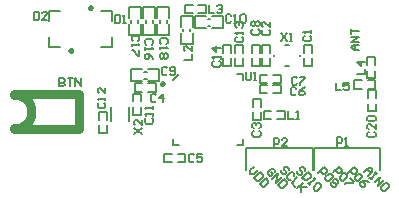
<source format=gto>
%FSTAX23Y23*%
%MOIN*%
%SFA1B1*%

%IPPOS*%
%ADD10C,0.009843*%
%ADD11C,0.031496*%
%ADD12C,0.005905*%
%ADD13C,0.007874*%
%ADD14C,0.005905*%
%LNfinal_vd-1*%
%LPD*%
G54D10*
X-00388Y00339D02*
D01*
X-00388Y0034*
X-00388Y0034*
X-00388Y0034*
X-00388Y00341*
X-00388Y00341*
X-00388Y00341*
X-00388Y00341*
X-00388Y00342*
X-00389Y00342*
X-00389Y00342*
X-00389Y00343*
X-00389Y00343*
X-0039Y00343*
X-0039Y00343*
X-0039Y00343*
X-0039Y00344*
X-00391Y00344*
X-00391Y00344*
X-00391Y00344*
X-00392Y00344*
X-00392Y00344*
X-00392Y00344*
X-00393*
X-00393Y00344*
X-00393Y00344*
X-00394Y00344*
X-00394Y00344*
X-00394Y00344*
X-00394Y00344*
X-00395Y00343*
X-00395Y00343*
X-00395Y00343*
X-00396Y00343*
X-00396Y00343*
X-00396Y00342*
X-00396Y00342*
X-00396Y00342*
X-00397Y00341*
X-00397Y00341*
X-00397Y00341*
X-00397Y00341*
X-00397Y0034*
X-00397Y0034*
X-00397Y0034*
X-00397Y00339*
X-00397Y00339*
X-00397Y00339*
X-00397Y00338*
X-00397Y00338*
X-00397Y00338*
X-00397Y00337*
X-00397Y00337*
X-00396Y00337*
X-00396Y00336*
X-00396Y00336*
X-00396Y00336*
X-00396Y00336*
X-00395Y00336*
X-00395Y00335*
X-00395Y00335*
X-00394Y00335*
X-00394Y00335*
X-00394Y00335*
X-00394Y00335*
X-00393Y00335*
X-00393Y00335*
X-00393Y00335*
X-00392*
X-00392Y00335*
X-00392Y00335*
X-00391Y00335*
X-00391Y00335*
X-00391Y00335*
X-0039Y00335*
X-0039Y00335*
X-0039Y00335*
X-0039Y00336*
X-00389Y00336*
X-00389Y00336*
X-00389Y00336*
X-00389Y00336*
X-00388Y00337*
X-00388Y00337*
X-00388Y00337*
X-00388Y00338*
X-00388Y00338*
X-00388Y00338*
X-00388Y00339*
X-00388Y00339*
X-00388Y00339*
X-00452Y00198D02*
D01*
X-00452Y00198*
X-00452Y00198*
X-00452Y00199*
X-00452Y00199*
X-00453Y00199*
X-00453Y00199*
X-00453Y002*
X-00453Y002*
X-00453Y002*
X-00453Y00201*
X-00454Y00201*
X-00454Y00201*
X-00454Y00201*
X-00454Y00201*
X-00455Y00202*
X-00455Y00202*
X-00455Y00202*
X-00456Y00202*
X-00456Y00202*
X-00456Y00202*
X-00456Y00202*
X-00457Y00202*
X-00457*
X-00457Y00202*
X-00458Y00202*
X-00458Y00202*
X-00458Y00202*
X-00459Y00202*
X-00459Y00202*
X-00459Y00202*
X-0046Y00201*
X-0046Y00201*
X-0046Y00201*
X-0046Y00201*
X-00461Y00201*
X-00461Y002*
X-00461Y002*
X-00461Y002*
X-00461Y00199*
X-00461Y00199*
X-00462Y00199*
X-00462Y00199*
X-00462Y00198*
X-00462Y00198*
X-00462Y00198*
X-00462Y00197*
X-00462Y00197*
X-00462Y00197*
X-00462Y00196*
X-00461Y00196*
X-00461Y00196*
X-00461Y00195*
X-00461Y00195*
X-00461Y00195*
X-00461Y00194*
X-0046Y00194*
X-0046Y00194*
X-0046Y00194*
X-0046Y00194*
X-00459Y00193*
X-00459Y00193*
X-00459Y00193*
X-00458Y00193*
X-00458Y00193*
X-00458Y00193*
X-00457Y00193*
X-00457Y00193*
X-00457*
X-00456Y00193*
X-00456Y00193*
X-00456Y00193*
X-00456Y00193*
X-00455Y00193*
X-00455Y00193*
X-00455Y00193*
X-00454Y00194*
X-00454Y00194*
X-00454Y00194*
X-00454Y00194*
X-00453Y00194*
X-00453Y00195*
X-00453Y00195*
X-00453Y00195*
X-00453Y00196*
X-00453Y00196*
X-00452Y00196*
X-00452Y00197*
X-00452Y00197*
X-00452Y00197*
X-00452Y00198*
X-00148Y00086D02*
D01*
X-00148Y00086*
X-00148Y00087*
X-00148Y00087*
X-00149Y00087*
X-00149Y00088*
X-00149Y00088*
X-00149Y00088*
X-00149Y00089*
X-00149Y00089*
X-00149Y00089*
X-0015Y00089*
X-0015Y0009*
X-0015Y0009*
X-0015Y0009*
X-00151Y0009*
X-00151Y0009*
X-00151Y0009*
X-00152Y00091*
X-00152Y00091*
X-00152Y00091*
X-00153Y00091*
X-00153Y00091*
X-00153*
X-00154Y00091*
X-00154Y00091*
X-00154Y00091*
X-00155Y00091*
X-00155Y0009*
X-00155Y0009*
X-00155Y0009*
X-00156Y0009*
X-00156Y0009*
X-00156Y0009*
X-00156Y00089*
X-00157Y00089*
X-00157Y00089*
X-00157Y00089*
X-00157Y00088*
X-00157Y00088*
X-00157Y00088*
X-00158Y00087*
X-00158Y00087*
X-00158Y00087*
X-00158Y00086*
X-00158Y00086*
X-00158Y00086*
X-00158Y00085*
X-00158Y00085*
X-00158Y00085*
X-00157Y00084*
X-00157Y00084*
X-00157Y00084*
X-00157Y00084*
X-00157Y00083*
X-00157Y00083*
X-00156Y00083*
X-00156Y00083*
X-00156Y00082*
X-00156Y00082*
X-00155Y00082*
X-00155Y00082*
X-00155Y00082*
X-00155Y00082*
X-00154Y00082*
X-00154Y00081*
X-00154Y00081*
X-00153Y00081*
X-00153*
X-00153Y00081*
X-00152Y00081*
X-00152Y00082*
X-00152Y00082*
X-00151Y00082*
X-00151Y00082*
X-00151Y00082*
X-0015Y00082*
X-0015Y00082*
X-0015Y00083*
X-0015Y00083*
X-00149Y00083*
X-00149Y00083*
X-00149Y00084*
X-00149Y00084*
X-00149Y00084*
X-00149Y00084*
X-00149Y00085*
X-00148Y00085*
X-00148Y00085*
X-00148Y00086*
X-00148Y00086*
G54D11*
X-00646Y-00063D02*
D01*
X-00642Y-00063*
X-00638Y-00063*
X-00634Y-00062*
X-0063Y-00061*
X-00626Y-0006*
X-00622Y-00058*
X-00619Y-00057*
X-00615Y-00055*
X-00612Y-00052*
X-00609Y-0005*
X-00606Y-00047*
X-00603Y-00044*
X-00601Y-00041*
X-00598Y-00038*
X-00596Y-00035*
X-00594Y-00031*
X-00593Y-00028*
X-00591Y-00024*
X-0059Y-0002*
X-00589Y-00016*
X-00589Y-00012*
X-00589Y-00008*
Y-00004*
X-00589Y0*
X-00589Y00003*
X-0059Y00007*
X-00591Y0001*
X-00593Y00014*
X-00594Y00018*
X-00596Y00021*
X-00598Y00025*
X-00601Y00028*
X-00603Y00031*
X-00606Y00034*
X-00609Y00037*
X-00612Y00039*
X-00615Y00041*
X-00619Y00043*
X-00622Y00045*
X-00626Y00046*
X-0063Y00048*
X-00634Y00049*
X-00638Y00049*
X-00642Y0005*
X-00646Y0005*
X-0043Y-00064D02*
Y00051D01*
X-00646Y-00064D02*
X-0043D01*
X-00646Y00051D02*
X-0043D01*
X-00646Y0005D02*
Y00051D01*
Y-00064D02*
Y-00063D01*
G54D12*
X00151Y-00035D02*
Y-00009D01*
Y00009D02*
Y00035D01*
X00178Y-00035D02*
Y-00009D01*
Y00009D02*
Y00035D01*
X00151D02*
X00178D01*
X00151Y-00035D02*
X00178D01*
X0018Y00216D02*
X00207D01*
X0018Y00145D02*
X00207D01*
X0018D02*
Y00171D01*
Y0019D02*
Y00216D01*
X00207Y00145D02*
Y00171D01*
Y0019D02*
Y00216D01*
X00145D02*
X00172D01*
X00145Y00145D02*
X00172D01*
X00145D02*
Y00171D01*
Y0019D02*
Y00216D01*
X00172Y00145D02*
Y00171D01*
Y0019D02*
Y00216D01*
X0023Y-00033D02*
X00256D01*
X00185D02*
X00211D01*
X0023Y-00006D02*
X00256D01*
X00185D02*
X00211D01*
X00185Y-00033D02*
Y-00006D01*
X00256Y-00033D02*
Y-00006D01*
X00243Y00089D02*
Y00116D01*
X00172Y00089D02*
Y00116D01*
X00198*
X00217D02*
X00243D01*
X00172Y00089D02*
X00198D01*
X00217D02*
X00243D01*
X00172Y00054D02*
Y00081D01*
X00243Y00054D02*
Y00081D01*
X00217Y00054D02*
X00243D01*
X00172D02*
X00198D01*
X00217Y00081D02*
X00243D01*
X00172D02*
X00198D01*
X00532Y00064D02*
X00559D01*
X00532Y-00006D02*
X00559D01*
X00532D02*
Y00018D01*
Y00038D02*
Y00064D01*
X00559Y-00006D02*
Y00018D01*
Y00038D02*
Y00064D01*
X00531Y00175D02*
X00558D01*
X00531Y00104D02*
X00558D01*
X00531D02*
Y0013D01*
Y0015D02*
Y00175D01*
X00558Y00104D02*
Y0013D01*
Y0015D02*
Y00175D01*
X00487Y00098D02*
X00512D01*
X00532D02*
X00558D01*
X00487Y0007D02*
X00512D01*
X00532D02*
X00558D01*
Y00098*
X00487Y0007D02*
Y00098D01*
X-00169Y00248D02*
X-0013D01*
X-00169Y00341D02*
X-0013D01*
Y00304D02*
Y00341D01*
Y00248D02*
Y00285D01*
X-00169Y00304D02*
Y00341D01*
Y00248D02*
Y00285D01*
X-00216Y00248D02*
X-00177D01*
X-00216Y00341D02*
X-00177D01*
Y00304D02*
Y00341D01*
Y00248D02*
Y00285D01*
X-00216Y00304D02*
Y00341D01*
Y00248D02*
Y00285D01*
X-00264Y00248D02*
X-00225D01*
X-00264Y00341D02*
X-00225D01*
Y00304D02*
Y00341D01*
Y00248D02*
Y00285D01*
X-00264Y00304D02*
Y00341D01*
Y00248D02*
Y00285D01*
X-00364Y-00008D02*
X-00337D01*
X-00364Y-00079D02*
X-00337D01*
X-00364D02*
Y-00053D01*
Y-00034D02*
Y-00008D01*
X-00337Y-00079D02*
Y-00053D01*
Y-00034D02*
Y-00008D01*
X00078Y0019D02*
Y00216D01*
Y00145D02*
Y00171D01*
X00051Y0019D02*
Y00216D01*
Y00145D02*
Y00171D01*
Y00145D02*
X00078D01*
X00051Y00216D02*
X00078D01*
X-00043Y00311D02*
Y00272D01*
X00049D02*
Y00311D01*
X00012Y00272D02*
X00049D01*
X-00043D02*
X-00006D01*
X00012Y00311D02*
X00049D01*
X-00043D02*
X-00006D01*
X-00077Y00348D02*
Y00321D01*
X-00006Y00348D02*
Y00321D01*
X-00032D02*
X-00006D01*
X-00077D02*
X-00051D01*
X-00032Y00348D02*
X-00006D01*
X-00077D02*
X-00051D01*
X-0009Y00219D02*
Y00256D01*
Y00275D02*
Y00312D01*
X-00051Y00219D02*
Y00256D01*
Y00275D02*
Y00312D01*
X-0009Y00219D02*
X-00051D01*
X-0009Y00312D02*
X-00051D01*
X-00245Y0006D02*
Y00087D01*
X-00174Y0006D02*
Y00087D01*
X-002Y0006D02*
X-00174D01*
X-00245D02*
X-00219D01*
X-002Y00087D02*
X-00174D01*
X-00245D02*
X-00219D01*
X-00147Y-00147D02*
X-00121D01*
X-00101D02*
X-00076D01*
X-00147Y-00174D02*
X-00121D01*
X-00101D02*
X-00076D01*
Y-00147*
X-00147Y-00174D02*
Y-00147D01*
X0032Y00145D02*
Y00171D01*
Y0019D02*
Y00216D01*
X00347Y00145D02*
Y00171D01*
Y0019D02*
Y00216D01*
X0032D02*
X00347D01*
X0032Y00145D02*
X00347D01*
X00306Y00178D02*
Y00183D01*
X00257Y00146D02*
X0027D01*
X00221Y00178D02*
Y00183D01*
X00257Y00215D02*
X0027D01*
X-00256Y00095D02*
Y00134D01*
X-00163Y00095D02*
Y00134D01*
X-002Y00095D02*
X-00163D01*
X-00256D02*
X-00219D01*
X-002Y00134D02*
X-00163D01*
X-00256D02*
X-00219D01*
X-00251Y-00017D02*
Y00008D01*
Y00027D02*
Y00053D01*
X-00224Y-00017D02*
Y00008D01*
Y00027D02*
Y00053D01*
X-00251D02*
X-00224D01*
X-00251Y-00017D02*
X-00224D01*
X00089Y00216D02*
X00116D01*
X00089Y00145D02*
X00116D01*
X00089D02*
Y00171D01*
Y0019D02*
Y00216D01*
X00116Y00145D02*
Y00171D01*
Y0019D02*
Y00216D01*
X00268Y-00005D02*
Y-00031D01*
X00285*
X00294D02*
X00303D01*
X00299*
Y-00005*
X00294Y-00009*
X00019Y00161D02*
X00014Y00157D01*
Y00148*
X00019Y00143*
X00037*
X00042Y00148*
Y00157*
X00037Y00161*
X00042Y0017D02*
Y00179D01*
Y00175*
X00014*
X00019Y0017*
X00042Y00206D02*
X00014D01*
X00028Y00192*
Y00211*
X00077Y00313D02*
X00072Y00318D01*
X00063*
X00059Y00313*
Y00295*
X00063Y0029*
X00072*
X00077Y00295*
X00085Y0029D02*
X00094D01*
X0009*
Y00318*
X00085Y00313*
X00108D02*
X00112Y00318D01*
X00122*
X00126Y00313*
Y00295*
X00122Y0029*
X00112*
X00108Y00295*
Y00313*
X00003Y00348D02*
Y00322D01*
X0002*
X00029Y00344D02*
X00034Y00348D01*
X00043*
X00048Y00344*
Y0034*
X00043Y00335*
X00038*
X00043*
X00048Y00331*
Y00326*
X00043Y00322*
X00034*
X00029Y00326*
X-00081Y00166D02*
X-00055D01*
Y00185*
Y00211D02*
Y00194D01*
X-00072Y00211*
X-00077*
X-00081Y00207*
Y00198*
X-00077Y00194*
X-00172Y00048D02*
X-00177Y00052D01*
X-00186*
X-0019Y00048*
Y0003*
X-00186Y00025*
X-00177*
X-00172Y0003*
X-0015Y00025D02*
Y00052D01*
X-00164Y00039*
X-00146*
X-00046Y-00152D02*
X-00051Y-00148D01*
X-0006*
X-00064Y-00152*
Y-0017*
X-0006Y-00175*
X-00051*
X-00046Y-0017*
X-0002Y-00148D02*
X-00038D01*
Y-00161*
X-00029Y-00157*
X-00024*
X-0002Y-00161*
Y-0017*
X-00024Y-00175*
X-00033*
X-00038Y-0017*
X00296Y00105D02*
X00292Y0011D01*
X00283*
X00279Y00105*
Y00087*
X00283Y00083*
X00292*
X00296Y00087*
X00305Y0011D02*
X00324D01*
Y00105*
X00305Y00087*
Y00083*
X00322Y00246D02*
X00318Y00241D01*
Y00232*
X00322Y00227*
X0034*
X00344Y00232*
Y00241*
X0034Y00246*
X00344Y00255D02*
Y00264D01*
Y00259*
X00318*
X00322Y00255*
X00244Y00255D02*
X00262Y00229D01*
Y00255D02*
X00244Y00229D01*
X00272D02*
X00281D01*
X00276*
Y00255*
X00272Y00251*
X00149Y00268D02*
X00144Y00263D01*
Y00254*
X00149Y0025*
X00167*
X00172Y00254*
Y00263*
X00167Y00268*
X00149Y00277D02*
X00144Y00281D01*
Y0029*
X00149Y00294*
X00153*
X00158Y0029*
X00162Y00294*
X00167*
X00172Y0029*
Y00281*
X00167Y00277*
X00162*
X00158Y00281*
X00153Y00277*
X00149*
X00158Y00281D02*
Y0029D01*
X00294Y0007D02*
X0029Y00074D01*
X00281*
X00277Y0007*
Y00052*
X00281Y00048*
X0029*
X00294Y00052*
X00322Y00074D02*
X00312Y0007D01*
X00303Y00061*
Y00052*
X00308Y00048*
X00317*
X00322Y00052*
Y00057*
X00317Y00061*
X00303*
X00184Y00265D02*
X00179Y00261D01*
Y00251*
X00184Y00247*
X00202*
X00207Y00251*
Y00261*
X00202Y00265*
X00207Y00292D02*
Y00274D01*
X00188Y00292*
X00184*
X00179Y00288*
Y00279*
X00184Y00274*
X00125Y00125D02*
Y00103D01*
X0013Y00098*
X00139*
X00144Y00103*
Y00125*
X00153Y00098D02*
X00161D01*
X00157*
Y00125*
X00153Y00121*
X00152Y-00072D02*
X00148Y-00076D01*
Y-00085*
X00152Y-0009*
X0017*
X00175Y-00085*
Y-00076*
X0017Y-00072*
X00152Y-00062D02*
X00148Y-00058D01*
Y-00049*
X00152Y-00044*
X00157*
X00161Y-00049*
Y-00053*
Y-00049*
X00166Y-00044*
X0017*
X00175Y-00049*
Y-00058*
X0017Y-00062*
X-00247Y-0008D02*
X-0022Y-00062D01*
X-00247D02*
X-0022Y-0008D01*
Y-00035D02*
Y-00053D01*
X-00238Y-00035*
X-00243*
X-00247Y-0004*
Y-00049*
X-00243Y-00053*
X-00364Y00022D02*
X-00368Y00018D01*
Y00009*
X-00364Y00005*
X-00346*
X-00342Y00009*
Y00018*
X-00346Y00022*
X-00342Y00031D02*
Y0004D01*
Y00036*
X-00368*
X-00364Y00031*
X-00342Y00072D02*
Y00054D01*
X-00359Y00072*
X-00364*
X-00368Y00068*
Y00059*
X-00364Y00054*
X-00206Y-00029D02*
X-00211Y-00033D01*
Y-00042*
X-00206Y-00047*
X-00188*
X-00184Y-00042*
Y-00033*
X-00188Y-00029*
X-00184Y-0002D02*
Y-00011D01*
Y-00015*
X-00211*
X-00206Y-0002*
X-00184Y00002D02*
Y00011D01*
Y00006*
X-00211*
X-00206Y00002*
G54D13*
X00352Y-002D02*
Y-00129D01*
X00573Y-002D02*
Y-00129D01*
X00352D02*
X00573D01*
X-00138Y0029D02*
Y00298D01*
X-00161Y0029D02*
Y00298D01*
X-00185Y0029D02*
Y00298D01*
X-00208Y0029D02*
Y00298D01*
X-00233Y0029D02*
Y00298D01*
X-00256Y0029D02*
Y00298D01*
X-00356Y00327D02*
X-00321D01*
Y00296D02*
Y00327D01*
X-00356Y00209D02*
X-00321D01*
Y00241*
X-00529Y00209D02*
X-00494D01*
X-00529D02*
Y00241D01*
Y00327D02*
X-00494D01*
X-00529Y00296D02*
Y00327D01*
X00128Y-002D02*
Y-00129D01*
X00349Y-002D02*
Y-00129D01*
X00128D02*
X00349D01*
X0Y0028D02*
X00007D01*
X0Y00303D02*
X00007D01*
X-00082Y0027D02*
Y00262D01*
X-00059D02*
Y0027D01*
X-00213Y00103D02*
X-00205D01*
X-00213Y00126D02*
X-00205D01*
X-00118Y-00118D02*
Y-00098D01*
Y-00118D02*
X-00098D01*
X00098D02*
X00118D01*
Y-00098*
Y00098D02*
Y00118D01*
X00098D02*
X00118D01*
X-00118Y00098D02*
X-00098Y00118D01*
X-00323Y-00038D02*
Y00008D01*
X-00264Y-00038D02*
Y00008D01*
G54D14*
X00536Y-00075D02*
X00531Y-00079D01*
Y-00088*
X00536Y-00092*
X00554*
X00559Y-00088*
Y-00079*
X00554Y-00075*
X00559Y-00048D02*
Y-00066D01*
X0054Y-00048*
X00536*
X00531Y-00052*
Y-00061*
X00536Y-00066*
Y-00038D02*
X00531Y-00034D01*
Y-00025*
X00536Y-0002*
X00554*
X00559Y-00025*
Y-00034*
X00554Y-00038*
X00536*
X0052Y-00207D02*
X00532Y-00195D01*
X00545*
Y-00207*
X00532Y-0022*
X00542Y-00211*
X00529Y-00198*
X00558Y-00207D02*
X00564Y-00214D01*
X00561Y-00211*
X00542Y-0023*
X00538Y-00227*
X00545Y-00233*
X00555Y-00242D02*
X00574Y-00224D01*
X00567Y-00255*
X00587Y-00236*
X0059Y-00246D02*
X00596D01*
X00602Y-00252*
Y-00259*
X0059Y-00271*
X00583*
X00577Y-00265*
Y-00259*
X0059Y-00246*
X00466Y-00211D02*
X00486Y-00191D01*
X00495Y-00201*
Y-00207*
X00489Y-00214*
X00483*
X00473Y-00204*
X00501Y-00214D02*
X00508D01*
X00514Y-0022*
Y-00226*
X00501Y-00239*
X00495*
X00489Y-00233*
Y-00226*
X00501Y-00214*
X00537Y-00242D02*
X00527Y-00239D01*
X00514*
X00508Y-00245*
Y-00252*
X00514Y-00258*
X00521*
X00524Y-00255*
Y-00249*
X00514Y-00239*
X00416Y-00209D02*
X00436Y-0019D01*
X00445Y-002*
Y-00206*
X00439Y-00212*
X00433*
X00423Y-00203*
X00451Y-00212D02*
X00458D01*
X00464Y-00219*
Y-00225*
X00451Y-00238*
X00445*
X00439Y-00232*
Y-00225*
X00451Y-00212*
X00474Y-00229D02*
X00487Y-00241D01*
X00483Y-00244*
X00458*
X00455Y-00248*
X00368Y-00211D02*
X00387Y-00191D01*
X00396Y-00201*
Y-00207*
X0039Y-00214*
X00383*
X00374Y-00204*
X00403Y-00214D02*
X00409D01*
X00415Y-0022*
Y-00226*
X00403Y-00239*
X00396*
X0039Y-00233*
Y-00226*
X00403Y-00214*
X00422Y-00233D02*
X00428D01*
X00434Y-00239*
Y-00246*
X00431Y-00249*
X00425*
Y-00255*
X00422Y-00258*
X00415*
X00409Y-00252*
Y-00246*
X00412Y-00242*
X00418*
Y-00236*
X00422Y-00233*
X00418Y-00242D02*
X00425Y-00249D01*
X00323Y-00204D02*
Y-00198D01*
X00317Y-00192*
X00311*
X00307Y-00195*
Y-00201*
X00314Y-00207*
Y-00214*
X00311Y-00217*
X00304*
X00298Y-00211*
Y-00204*
X00333Y-00207D02*
X00314Y-00227D01*
X00323Y-00236*
X00329*
X00342Y-00224*
Y-00217*
X00333Y-00207*
X00352Y-00227D02*
X00358Y-00233D01*
X00355Y-0023*
X00336Y-00249*
X00333Y-00246*
X00339Y-00252*
X00377D02*
X00371Y-00246D01*
X00364*
X00352Y-00259*
Y-00265*
X00358Y-00271*
X00364*
X00377Y-00259*
Y-00252*
X00269Y-00203D02*
Y-00197D01*
X00263Y-0019*
X00257*
X00253Y-00193*
Y-002*
X0026Y-00206*
Y-00212*
X00257Y-00216*
X0025*
X00244Y-00209*
Y-00203*
X00288Y-00222D02*
Y-00216D01*
X00282Y-00209*
X00275*
X00263Y-00222*
Y-00228*
X00269Y-00235*
X00275*
X00298Y-00225D02*
X00279Y-00244D01*
X00291Y-00257*
X00317Y-00244D02*
X00298Y-00263D01*
X00304Y-00257*
X00329*
X00311*
Y-00276*
X00224Y-00209D02*
Y-00203D01*
X00218Y-00197*
X00211*
X00199Y-00209*
Y-00216*
X00205Y-00222*
X00211*
X00218Y-00216*
X00211Y-00209*
X00214Y-00232D02*
X00234Y-00212D01*
X00227Y-00244*
X00246Y-00225*
X00253Y-00232D02*
X00234Y-00251D01*
X00243Y-0026*
X0025*
X00262Y-00248*
Y-00241*
X00253Y-00232*
X00153Y-0019D02*
X0014Y-00203D01*
Y-00216*
X00153*
X00166Y-00203*
X00172Y-00209D02*
X00153Y-00229D01*
X00163Y-00238*
X00169*
X00182Y-00225*
Y-00219*
X00172Y-00209*
X00192Y-00229D02*
X00172Y-00248D01*
X00182Y-00257*
X00188*
X00201Y-00244*
Y-00238*
X00192Y-00229*
X00429Y-0012D02*
Y-00092D01*
X00443*
X00448Y-00097*
Y-00106*
X00443Y-00111*
X00429*
X00457Y-0012D02*
X00466D01*
X00461*
Y-00092*
X00457Y-00097*
X00496Y00118D02*
X00522D01*
Y00136*
Y00159D02*
X00496D01*
X00509Y00145*
Y00163*
X00503Y00198D02*
X00485D01*
X00477Y00207*
X00485Y00216*
X00503*
X0049*
Y00198*
X00503Y00224D02*
X00477D01*
X00503Y00242*
X00477*
Y00251D02*
Y0027D01*
Y00261*
X00503*
X00425Y0009D02*
Y00064D01*
X00442*
X0047Y0009D02*
X00451D01*
Y00077*
X00461Y00081*
X00465*
X0047Y00077*
Y00068*
X00465Y00064*
X00456*
X00451Y00068*
X-00581Y00326D02*
Y00299D01*
X-00568*
X-00564Y00303*
Y00322*
X-00568Y00326*
X-00581*
X-00537Y00299D02*
X-00555D01*
X-00537Y00317*
Y00322*
X-00541Y00326*
X-0055*
X-00555Y00322*
X-00311Y00316D02*
Y00288D01*
X-00297*
X-00292Y00293*
Y00311*
X-00297Y00316*
X-00311*
X-00283Y00288D02*
X-00275D01*
X-00279*
Y00316*
X-00283Y00311*
X-00139Y00218D02*
X-00134Y00223D01*
Y00232*
X-00139Y00237*
X-00157*
X-00161Y00232*
Y00223*
X-00157Y00218*
X-00161Y00209D02*
Y00201D01*
Y00205*
X-00134*
X-00139Y00209*
Y00187D02*
X-00134Y00183D01*
Y00174*
X-00139Y00169*
X-00143*
X-00148Y00174*
X-00152Y00169*
X-00157*
X-00161Y00174*
Y00183*
X-00157Y00187*
X-00152*
X-00148Y00183*
X-00143Y00187*
X-00139*
X-00148Y00183D02*
Y00174D01*
X-00233Y00229D02*
X-00229Y00233D01*
Y00242*
X-00233Y00246*
X-00251*
X-00255Y00242*
Y00233*
X-00251Y00229*
X-00255Y0022D02*
Y00211D01*
Y00215*
X-00229*
X-00233Y0022*
X-00229Y00197D02*
Y00179D01*
X-00233*
X-00251Y00197*
X-00255*
X-00188Y00216D02*
X-00183Y00221D01*
Y0023*
X-00188Y00235*
X-00206*
X-00211Y0023*
Y00221*
X-00206Y00216*
X-00211Y00207D02*
Y00198D01*
Y00203*
X-00183*
X-00188Y00207*
X-00183Y00167D02*
X-00188Y00176D01*
X-00197Y00185*
X-00206*
X-00211Y00181*
Y00172*
X-00206Y00167*
X-00201*
X-00197Y00172*
Y00185*
X-00496Y00104D02*
Y00077D01*
X-00482*
X-00477Y00081*
Y00086*
X-00482Y0009*
X-00496*
X-00482*
X-00477Y00095*
Y00099*
X-00482Y00104*
X-00496*
X-00468D02*
X-00451D01*
X-00459*
Y00077*
X-00442D02*
Y00104D01*
X-00424Y00077*
Y00104*
X00219Y-00122D02*
Y-00096D01*
X00232*
X00237Y-001*
Y-00109*
X00232Y-00114*
X00219*
X00264Y-00122D02*
X00246D01*
X00264Y-00105*
Y-001*
X00259Y-00096*
X0025*
X00246Y-001*
X-00137Y00138D02*
X-00141Y00142D01*
X-0015*
X-00155Y00138*
Y0012*
X-0015Y00116*
X-00141*
X-00137Y0012*
X-00127D02*
X-00123Y00116D01*
X-00114*
X-00109Y0012*
Y00138*
X-00114Y00142*
X-00123*
X-00127Y00138*
Y00133*
X-00123Y00129*
X-00109*
X00095Y00242D02*
X0009Y00237D01*
Y00228*
X00095Y00224*
X00113*
X00118Y00228*
Y00237*
X00113Y00242*
X00118Y00251D02*
Y00259D01*
Y00255*
X0009*
X00095Y00251*
Y00273D02*
X0009Y00277D01*
Y00287*
X00095Y00291*
X001*
X00104Y00287*
Y00282*
Y00287*
X00109Y00291*
X00113*
X00118Y00287*
Y00277*
X00113Y00273*
M02*
</source>
